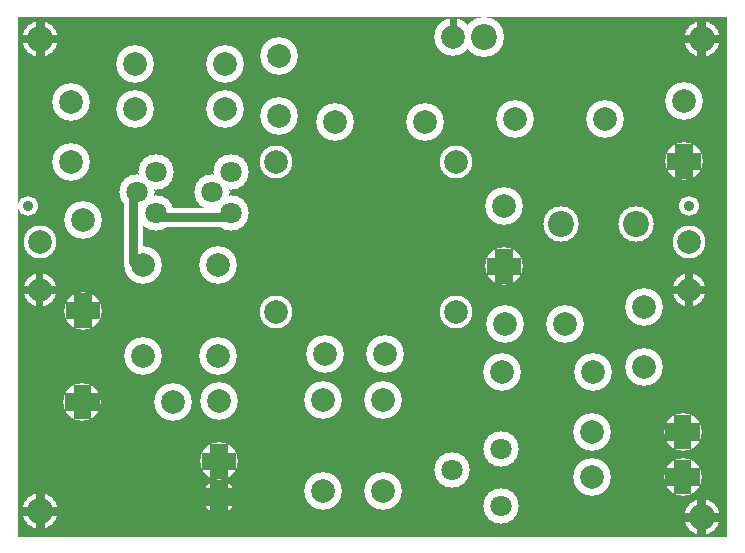
<source format=gbr>
%FSLAX34Y34*%
%MOMM*%
%LNCOPPER_TOP*%
G71*
G01*
%ADD10C,2.800*%
%ADD11C,3.000*%
%ADD12C,3.200*%
%ADD13C,2.800*%
%ADD14C,3.000*%
%ADD15C,3.400*%
%ADD16C,1.600*%
%ADD17C,1.700*%
%ADD18C,3.000*%
%ADD19C,1.467*%
%ADD20C,0.667*%
%ADD21C,0.895*%
%ADD22C,0.733*%
%ADD23C,2.000*%
%ADD24C,1.800*%
%ADD25C,2.000*%
%ADD26C,2.200*%
%ADD27C,0.800*%
%ADD28C,0.900*%
%ADD29C,2.200*%
%LPD*%
G36*
X-217850Y249650D02*
X382150Y249650D01*
X382150Y-190350D01*
X-217850Y-190350D01*
X-217850Y249650D01*
G37*
%LPC*%
X0Y127000D02*
G54D10*
D03*
X152400Y127000D02*
G54D10*
D03*
X0Y0D02*
G54D10*
D03*
X152400Y0D02*
G54D10*
D03*
X-101600Y119000D02*
G54D11*
D03*
X-117500Y101425D02*
G54D11*
D03*
X-101565Y83809D02*
G54D11*
D03*
X-38100Y119000D02*
G54D11*
D03*
X-54000Y101425D02*
G54D11*
D03*
X-38065Y83809D02*
G54D11*
D03*
X-112371Y-36625D02*
G54D12*
D03*
X-112321Y39625D02*
G54D12*
D03*
X-48871Y-36625D02*
G54D12*
D03*
X-48821Y39625D02*
G54D12*
D03*
X190500Y-115950D02*
G54D11*
D03*
X149200Y-133525D02*
G54D11*
D03*
X190535Y-163841D02*
G54D11*
D03*
X-48219Y-75341D02*
G54D12*
D03*
X-48107Y-126322D02*
G54D12*
D03*
X-163660Y-75856D02*
G54D12*
D03*
X-87410Y-75906D02*
G54D12*
D03*
X-163171Y1475D02*
G54D12*
D03*
X-163121Y77725D02*
G54D12*
D03*
X-119210Y209894D02*
G54D12*
D03*
X-42960Y209844D02*
G54D12*
D03*
X-119210Y171794D02*
G54D12*
D03*
X-42960Y171744D02*
G54D12*
D03*
X2581Y216759D02*
G54D12*
D03*
X2693Y165778D02*
G54D12*
D03*
X50380Y160954D02*
G54D12*
D03*
X126630Y160904D02*
G54D12*
D03*
X193081Y89759D02*
G54D12*
D03*
X193193Y38778D02*
G54D12*
D03*
X92572Y-35426D02*
G54D12*
D03*
X41591Y-35539D02*
G54D12*
D03*
X268140Y-101256D02*
G54D12*
D03*
X344390Y-101306D02*
G54D12*
D03*
X90829Y-150925D02*
G54D12*
D03*
X90879Y-74675D02*
G54D12*
D03*
X40029Y-150925D02*
G54D12*
D03*
X40079Y-74675D02*
G54D12*
D03*
X191940Y-50456D02*
G54D12*
D03*
X268190Y-50506D02*
G54D12*
D03*
X268140Y-139356D02*
G54D12*
D03*
X344390Y-139406D02*
G54D12*
D03*
X244972Y-10026D02*
G54D12*
D03*
X193991Y-10139D02*
G54D12*
D03*
X345481Y178659D02*
G54D12*
D03*
X345593Y127678D02*
G54D12*
D03*
X193193Y38778D02*
G54D13*
D03*
X40029Y-150925D02*
G54D13*
D03*
X344390Y-101306D02*
G54D13*
D03*
X344390Y-101306D02*
G54D13*
D03*
X344390Y-139406D02*
G54D13*
D03*
X241300Y74550D02*
G54D14*
D03*
X304800Y74550D02*
G54D14*
D03*
X345593Y127678D02*
G54D13*
D03*
X202472Y163783D02*
G54D12*
D03*
X278722Y163733D02*
G54D12*
D03*
X278722Y163733D02*
G54D12*
D03*
X-163660Y-75856D02*
G54D13*
D03*
X-163171Y1475D02*
G54D13*
D03*
X-173319Y178159D02*
G54D12*
D03*
X-173207Y127178D02*
G54D12*
D03*
X150475Y233175D02*
G54D12*
D03*
X175975Y233175D02*
G54D15*
D03*
G54D16*
X-112321Y39625D02*
X-114300Y36450D01*
X-120650Y42800D01*
X-120650Y99950D01*
X-117500Y101425D01*
G54D16*
X-38065Y83809D02*
X-38100Y80900D01*
X-101600Y80900D01*
X-101565Y83809D01*
X-48107Y-126322D02*
G54D13*
D03*
X-48107Y-156322D02*
G54D13*
D03*
X-199971Y59075D02*
G54D10*
D03*
X-199971Y19075D02*
G54D10*
D03*
X311781Y4659D02*
G54D12*
D03*
X311893Y-46322D02*
G54D12*
D03*
X311893Y-46322D02*
G54D13*
D03*
X350029Y59075D02*
G54D10*
D03*
X350029Y19075D02*
G54D10*
D03*
X-210000Y90000D02*
G54D17*
D03*
X350000Y90000D02*
G54D17*
D03*
X-199274Y231487D02*
G54D18*
D03*
X360726Y231487D02*
G54D18*
D03*
X-199274Y-168513D02*
G54D18*
D03*
X360726Y-173513D02*
G54D18*
D03*
%LPD*%
G54D19*
G36*
X185860Y38778D02*
X185860Y53278D01*
X200527Y53278D01*
X200527Y38778D01*
X185860Y38778D01*
G37*
G36*
X193193Y46112D02*
X207693Y46112D01*
X207693Y31445D01*
X193193Y31445D01*
X193193Y46112D01*
G37*
G36*
X200527Y38778D02*
X200527Y24278D01*
X185860Y24278D01*
X185860Y38778D01*
X200527Y38778D01*
G37*
G36*
X193193Y31445D02*
X178693Y31445D01*
X178693Y46112D01*
X193193Y46112D01*
X193193Y31445D01*
G37*
G54D19*
G36*
X337057Y-101306D02*
X337057Y-86806D01*
X351723Y-86806D01*
X351723Y-101306D01*
X337057Y-101306D01*
G37*
G36*
X344390Y-93972D02*
X358890Y-93972D01*
X358890Y-108639D01*
X344390Y-108639D01*
X344390Y-93972D01*
G37*
G36*
X351723Y-101306D02*
X351723Y-115806D01*
X337057Y-115806D01*
X337057Y-101306D01*
X351723Y-101306D01*
G37*
G36*
X344390Y-108639D02*
X329890Y-108639D01*
X329890Y-93972D01*
X344390Y-93972D01*
X344390Y-108639D01*
G37*
G54D19*
G36*
X337057Y-101306D02*
X337057Y-86806D01*
X351723Y-86806D01*
X351723Y-101306D01*
X337057Y-101306D01*
G37*
G36*
X344390Y-93972D02*
X358890Y-93972D01*
X358890Y-108639D01*
X344390Y-108639D01*
X344390Y-93972D01*
G37*
G36*
X351723Y-101306D02*
X351723Y-115806D01*
X337057Y-115806D01*
X337057Y-101306D01*
X351723Y-101306D01*
G37*
G36*
X344390Y-108639D02*
X329890Y-108639D01*
X329890Y-93972D01*
X344390Y-93972D01*
X344390Y-108639D01*
G37*
G54D19*
G36*
X337057Y-139406D02*
X337057Y-124906D01*
X351723Y-124906D01*
X351723Y-139406D01*
X337057Y-139406D01*
G37*
G36*
X344390Y-132072D02*
X358890Y-132072D01*
X358890Y-146739D01*
X344390Y-146739D01*
X344390Y-132072D01*
G37*
G36*
X351723Y-139406D02*
X351723Y-153906D01*
X337057Y-153906D01*
X337057Y-139406D01*
X351723Y-139406D01*
G37*
G36*
X344390Y-146739D02*
X329890Y-146739D01*
X329890Y-132072D01*
X344390Y-132072D01*
X344390Y-146739D01*
G37*
G54D19*
G36*
X338260Y127678D02*
X338260Y142178D01*
X352927Y142178D01*
X352927Y127678D01*
X338260Y127678D01*
G37*
G36*
X345593Y135012D02*
X360093Y135012D01*
X360093Y120345D01*
X345593Y120345D01*
X345593Y135012D01*
G37*
G36*
X352927Y127678D02*
X352927Y113178D01*
X338260Y113178D01*
X338260Y127678D01*
X352927Y127678D01*
G37*
G36*
X345593Y120345D02*
X331093Y120345D01*
X331093Y135012D01*
X345593Y135012D01*
X345593Y120345D01*
G37*
G54D19*
G36*
X-170993Y-75856D02*
X-170993Y-61356D01*
X-156327Y-61356D01*
X-156327Y-75856D01*
X-170993Y-75856D01*
G37*
G36*
X-163660Y-68522D02*
X-149160Y-68522D01*
X-149160Y-83189D01*
X-163660Y-83189D01*
X-163660Y-68522D01*
G37*
G36*
X-156327Y-75856D02*
X-156327Y-90356D01*
X-170993Y-90356D01*
X-170993Y-75856D01*
X-156327Y-75856D01*
G37*
G36*
X-163660Y-83189D02*
X-178160Y-83189D01*
X-178160Y-68522D01*
X-163660Y-68522D01*
X-163660Y-83189D01*
G37*
G54D19*
G36*
X-170504Y1475D02*
X-170504Y15975D01*
X-155838Y15975D01*
X-155838Y1475D01*
X-170504Y1475D01*
G37*
G36*
X-163171Y8808D02*
X-148671Y8808D01*
X-148671Y-5858D01*
X-163171Y-5858D01*
X-163171Y8808D01*
G37*
G36*
X-155838Y1475D02*
X-155838Y-13025D01*
X-170504Y-13025D01*
X-170504Y1475D01*
X-155838Y1475D01*
G37*
G36*
X-163171Y-5858D02*
X-177671Y-5858D01*
X-177671Y8808D01*
X-163171Y8808D01*
X-163171Y-5858D01*
G37*
G54D20*
G36*
X147142Y233175D02*
X147142Y249675D01*
X153808Y249675D01*
X153808Y233175D01*
X147142Y233175D01*
G37*
G54D21*
G54D19*
G36*
X-55440Y-126322D02*
X-55440Y-111822D01*
X-40773Y-111822D01*
X-40773Y-126322D01*
X-55440Y-126322D01*
G37*
G36*
X-48107Y-118988D02*
X-33607Y-118988D01*
X-33607Y-133655D01*
X-48107Y-133655D01*
X-48107Y-118988D01*
G37*
G36*
X-40773Y-126322D02*
X-40773Y-140822D01*
X-55440Y-140822D01*
X-55440Y-126322D01*
X-40773Y-126322D01*
G37*
G36*
X-48107Y-133655D02*
X-62607Y-133655D01*
X-62607Y-118988D01*
X-48107Y-118988D01*
X-48107Y-133655D01*
G37*
G54D19*
G36*
X-55440Y-156322D02*
X-55440Y-141822D01*
X-40773Y-141822D01*
X-40773Y-156322D01*
X-55440Y-156322D01*
G37*
G36*
X-48107Y-148988D02*
X-33607Y-148988D01*
X-33607Y-163655D01*
X-48107Y-163655D01*
X-48107Y-148988D01*
G37*
G36*
X-40773Y-156322D02*
X-40773Y-170822D01*
X-55440Y-170822D01*
X-55440Y-156322D01*
X-40773Y-156322D01*
G37*
G36*
X-48107Y-163655D02*
X-62607Y-163655D01*
X-62607Y-148988D01*
X-48107Y-148988D01*
X-48107Y-163655D01*
G37*
G54D20*
G36*
X-203304Y19075D02*
X-203304Y33575D01*
X-196638Y33575D01*
X-196638Y19075D01*
X-203304Y19075D01*
G37*
G36*
X-199971Y22408D02*
X-185471Y22408D01*
X-185471Y15742D01*
X-199971Y15742D01*
X-199971Y22408D01*
G37*
G36*
X-196638Y19075D02*
X-196638Y4575D01*
X-203304Y4575D01*
X-203304Y19075D01*
X-196638Y19075D01*
G37*
G36*
X-199971Y15742D02*
X-214471Y15742D01*
X-214471Y22408D01*
X-199971Y22408D01*
X-199971Y15742D01*
G37*
G54D20*
G36*
X346696Y19075D02*
X346696Y33575D01*
X353362Y33575D01*
X353362Y19075D01*
X346696Y19075D01*
G37*
G36*
X350029Y22408D02*
X364529Y22408D01*
X364529Y15742D01*
X350029Y15742D01*
X350029Y22408D01*
G37*
G36*
X353362Y19075D02*
X353362Y4575D01*
X346696Y4575D01*
X346696Y19075D01*
X353362Y19075D01*
G37*
G36*
X350029Y15742D02*
X335529Y15742D01*
X335529Y22408D01*
X350029Y22408D01*
X350029Y15742D01*
G37*
G54D22*
G36*
X-202941Y231487D02*
X-202941Y246987D01*
X-195607Y246987D01*
X-195607Y231487D01*
X-202941Y231487D01*
G37*
G36*
X-199274Y235154D02*
X-183774Y235154D01*
X-183774Y227820D01*
X-199274Y227820D01*
X-199274Y235154D01*
G37*
G36*
X-195607Y231487D02*
X-195607Y215987D01*
X-202941Y215987D01*
X-202941Y231487D01*
X-195607Y231487D01*
G37*
G36*
X-199274Y227820D02*
X-214774Y227820D01*
X-214774Y235154D01*
X-199274Y235154D01*
X-199274Y227820D01*
G37*
G54D22*
G36*
X357059Y231487D02*
X357059Y246987D01*
X364393Y246987D01*
X364393Y231487D01*
X357059Y231487D01*
G37*
G36*
X360726Y235154D02*
X376226Y235154D01*
X376226Y227820D01*
X360726Y227820D01*
X360726Y235154D01*
G37*
G36*
X364393Y231487D02*
X364393Y215987D01*
X357059Y215987D01*
X357059Y231487D01*
X364393Y231487D01*
G37*
G36*
X360726Y227820D02*
X345226Y227820D01*
X345226Y235154D01*
X360726Y235154D01*
X360726Y227820D01*
G37*
G54D22*
G36*
X-202941Y-168513D02*
X-202941Y-153013D01*
X-195607Y-153013D01*
X-195607Y-168513D01*
X-202941Y-168513D01*
G37*
G36*
X-199274Y-164846D02*
X-183774Y-164846D01*
X-183774Y-172180D01*
X-199274Y-172180D01*
X-199274Y-164846D01*
G37*
G36*
X-195607Y-168513D02*
X-195607Y-184013D01*
X-202941Y-184013D01*
X-202941Y-168513D01*
X-195607Y-168513D01*
G37*
G36*
X-199274Y-172180D02*
X-214774Y-172180D01*
X-214774Y-164846D01*
X-199274Y-164846D01*
X-199274Y-172180D01*
G37*
G54D22*
G36*
X357059Y-173513D02*
X357059Y-158013D01*
X364393Y-158013D01*
X364393Y-173513D01*
X357059Y-173513D01*
G37*
G36*
X360726Y-169846D02*
X376226Y-169846D01*
X376226Y-177180D01*
X360726Y-177180D01*
X360726Y-169846D01*
G37*
G36*
X364393Y-173513D02*
X364393Y-189013D01*
X357059Y-189013D01*
X357059Y-173513D01*
X364393Y-173513D01*
G37*
G36*
X360726Y-177180D02*
X345226Y-177180D01*
X345226Y-169846D01*
X360726Y-169846D01*
X360726Y-177180D01*
G37*
X0Y127000D02*
G54D23*
D03*
X152400Y127000D02*
G54D23*
D03*
X0Y0D02*
G54D23*
D03*
X152400Y0D02*
G54D23*
D03*
X-101600Y119000D02*
G54D24*
D03*
X-117500Y101425D02*
G54D24*
D03*
X-101565Y83809D02*
G54D24*
D03*
X-38100Y119000D02*
G54D24*
D03*
X-54000Y101425D02*
G54D24*
D03*
X-38065Y83809D02*
G54D24*
D03*
X-112371Y-36625D02*
G54D23*
D03*
X-112321Y39625D02*
G54D23*
D03*
X-48871Y-36625D02*
G54D23*
D03*
X-48821Y39625D02*
G54D23*
D03*
X190500Y-115950D02*
G54D24*
D03*
X149200Y-133525D02*
G54D24*
D03*
X190535Y-163841D02*
G54D24*
D03*
X-48219Y-75341D02*
G54D23*
D03*
X-48107Y-126322D02*
G54D23*
D03*
X-163660Y-75856D02*
G54D23*
D03*
X-87410Y-75906D02*
G54D23*
D03*
X-163171Y1475D02*
G54D23*
D03*
X-163121Y77725D02*
G54D23*
D03*
X-119210Y209894D02*
G54D23*
D03*
X-42960Y209844D02*
G54D23*
D03*
X-119210Y171794D02*
G54D23*
D03*
X-42960Y171744D02*
G54D23*
D03*
X2581Y216759D02*
G54D23*
D03*
X2693Y165778D02*
G54D23*
D03*
X50380Y160954D02*
G54D23*
D03*
X126630Y160904D02*
G54D23*
D03*
X193081Y89759D02*
G54D23*
D03*
X193193Y38778D02*
G54D23*
D03*
X92572Y-35426D02*
G54D23*
D03*
X41591Y-35539D02*
G54D23*
D03*
X268140Y-101256D02*
G54D23*
D03*
X344390Y-101306D02*
G54D23*
D03*
X90829Y-150925D02*
G54D23*
D03*
X90879Y-74675D02*
G54D23*
D03*
X40029Y-150925D02*
G54D23*
D03*
X40079Y-74675D02*
G54D23*
D03*
X191940Y-50456D02*
G54D23*
D03*
X268190Y-50506D02*
G54D23*
D03*
X268140Y-139356D02*
G54D23*
D03*
X344390Y-139406D02*
G54D23*
D03*
X244972Y-10026D02*
G54D23*
D03*
X193991Y-10139D02*
G54D23*
D03*
X345481Y178659D02*
G54D23*
D03*
X345593Y127678D02*
G54D23*
D03*
X193193Y38778D02*
G54D25*
D03*
X40029Y-150925D02*
G54D25*
D03*
X344390Y-101306D02*
G54D25*
D03*
X344390Y-101306D02*
G54D25*
D03*
X344390Y-139406D02*
G54D25*
D03*
X241300Y74550D02*
G54D26*
D03*
X304800Y74550D02*
G54D26*
D03*
X345593Y127678D02*
G54D25*
D03*
X202472Y163783D02*
G54D23*
D03*
X278722Y163733D02*
G54D23*
D03*
X278722Y163733D02*
G54D23*
D03*
X-163660Y-75856D02*
G54D25*
D03*
X-163171Y1475D02*
G54D25*
D03*
X-173319Y178159D02*
G54D23*
D03*
X-173207Y127178D02*
G54D23*
D03*
X150475Y233175D02*
G54D23*
D03*
X175975Y233175D02*
G54D26*
D03*
G54D27*
X-112321Y39625D02*
X-114300Y36450D01*
X-120650Y42800D01*
X-120650Y99950D01*
X-117500Y101425D01*
G54D27*
X-38065Y83809D02*
X-38100Y80900D01*
X-101600Y80900D01*
X-101565Y83809D01*
X-48107Y-126322D02*
G54D25*
D03*
X-48107Y-156322D02*
G54D25*
D03*
X-199971Y59075D02*
G54D23*
D03*
X-199971Y19075D02*
G54D23*
D03*
X311781Y4659D02*
G54D23*
D03*
X311893Y-46322D02*
G54D23*
D03*
X311893Y-46322D02*
G54D25*
D03*
X350029Y59075D02*
G54D23*
D03*
X350029Y19075D02*
G54D23*
D03*
X-210000Y90000D02*
G54D28*
D03*
X350000Y90000D02*
G54D28*
D03*
X-199274Y231487D02*
G54D29*
D03*
X360726Y231487D02*
G54D29*
D03*
X-199274Y-168513D02*
G54D29*
D03*
X360726Y-173513D02*
G54D29*
D03*
M02*

</source>
